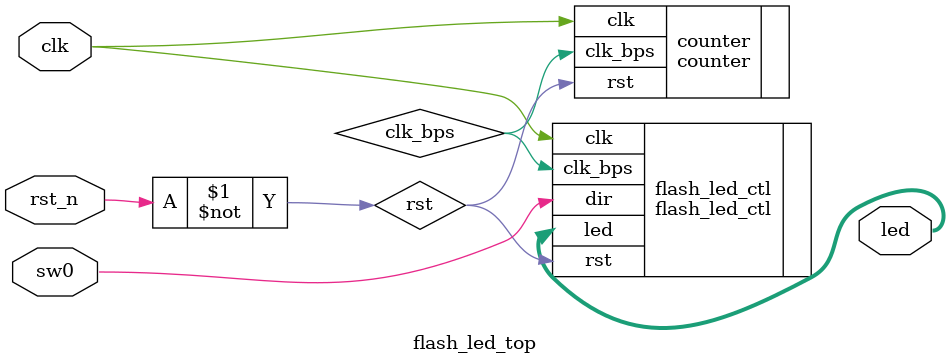
<source format=v>
`timescale 1ns / 1ps

//¹Ü½Å·ÖÅä¾ÍÊÇ·ÖÅäÈçÏÂµÄ±äÁ¿
module flash_led_top(
        input clk,
 	 	input rst_n,
 	 	input sw0,
 	 	output [15:0]led
 	 	);
 	 	
 	 	wire clk_bps;
 	 	wire rst;
 	 	assign rst = ~rst_n;
//Ê±¼ä¿ØÖÆÄ£¿é 	 	
 	 	counter counter(
 	 		.clk( clk ),
 	 		.rst( rst ),
 	 		.clk_bps( clk_bps )
 	 	);
//·½Ïò¼°LEDÄ£¿é
 	 	flash_led_ctl flash_led_ctl(
 	 		.clk( clk ),
 	 		.rst( rst ),
 	 		.dir( sw0 ),
 	 		.clk_bps( clk_bps ),
 	 		.led( led )
 	 	);
endmodule

</source>
